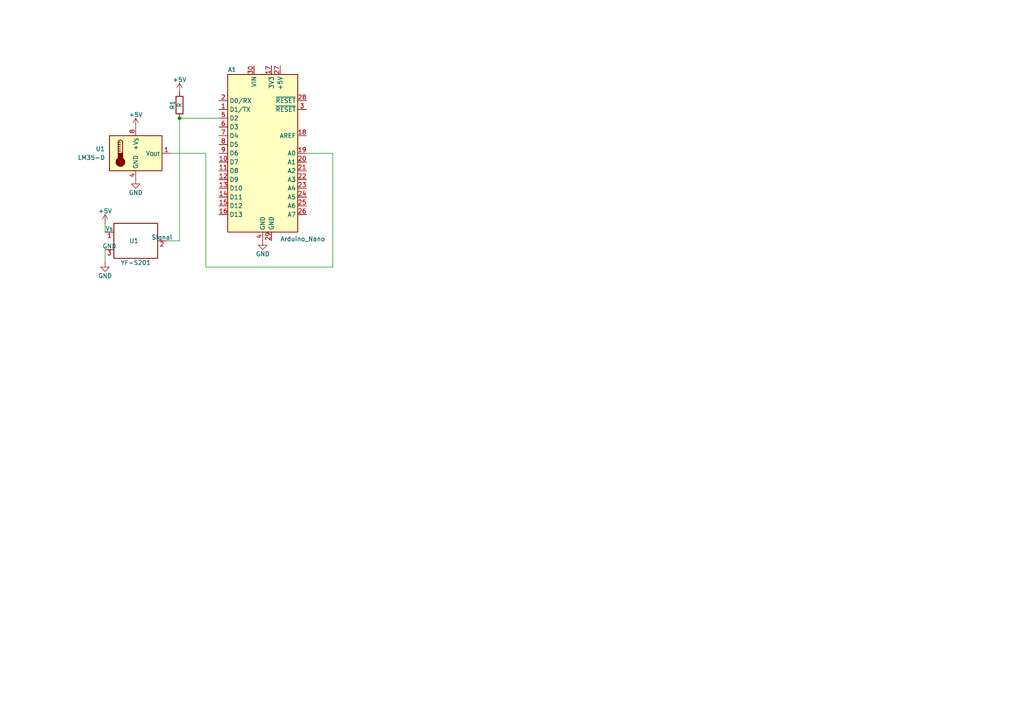
<source format=kicad_sch>
(kicad_sch (version 20250114) (generator "eeschema") (generator_version "9.0")
  (paper "A4")
  (title_block (title "Arduino Nano + LM35 + YF-S201 (grid 50mil)") (date "2025-09-16") (rev "1.0") (company "Adriana") (comment 1 "LM35→A0; YF-S201 con pull-up 10k→D2"))
  (lib_symbols
    (symbol "Device:R" (pin_numbers (hide yes)) (pin_names (offset 0))
      (property "Reference" "R" (at 2.032 0 90))
      (property "Value" "R" (at 0 0 90))
      (symbol "R_0_1"
        (rectangle (start -1.016 -2.54) (end 1.016 2.54) (stroke (width 0.254)))
      )
      (symbol "R_1_1"
        (pin passive line (at 0 3.81 270) (length 1.27) (name "~") (number "1"))
        (pin passive line (at 0 -3.81 90) (length 1.27) (name "~") (number "2"))
      )
    )
    (symbol "MCU_Module:Arduino_Nano_v3.x"
      (property "Reference" "A" (at -10.16 23.495 0))
      (property "Value" "Arduino_Nano_v3.x" (at 5.08 -24.13 0))
      (symbol "Arduino_Nano_v3.x_0_1"
        (rectangle (start -10.16 22.86) (end 10.16 -22.86) (stroke (width 0.254)) (fill (type background)))
      )
      (symbol "Arduino_Nano_v3.x_1_1"
        (pin bidirectional line (at -12.7 15.24 0) (length 2.54) (name "D0/RX") (number "2"))
        (pin bidirectional line (at -12.7 12.7 0) (length 2.54) (name "D1/TX") (number "1"))
        (pin bidirectional line (at -12.7 10.16 0) (length 2.54) (name "D2") (number "5"))
        (pin bidirectional line (at -12.7 7.62 0) (length 2.54) (name "D3") (number "6"))
        (pin bidirectional line (at -12.7 5.08 0) (length 2.54) (name "D4") (number "7"))
        (pin bidirectional line (at -12.7 2.54 0) (length 2.54) (name "D5") (number "8"))
        (pin bidirectional line (at -12.7 0 0) (length 2.54) (name "D6") (number "9"))
        (pin bidirectional line (at -12.7 -2.54 0) (length 2.54) (name "D7") (number "10"))
        (pin bidirectional line (at -12.7 -5.08 0) (length 2.54) (name "D8") (number "11"))
        (pin bidirectional line (at -12.7 -7.62 0) (length 2.54) (name "D9") (number "12"))
        (pin bidirectional line (at -12.7 -10.16 0) (length 2.54) (name "D10") (number "13"))
        (pin bidirectional line (at -12.7 -12.7 0) (length 2.54) (name "D11") (number "14"))
        (pin bidirectional line (at -12.7 -15.24 0) (length 2.54) (name "D12") (number "15"))
        (pin bidirectional line (at -12.7 -17.78 0) (length 2.54) (name "D13") (number "16"))
        (pin power_in line (at -2.54 25.4 270) (length 2.54) (name "VIN") (number "30"))
        (pin power_in line (at 0 -25.4 90) (length 2.54) (name "GND") (number "4"))
        (pin power_out line (at 2.54 25.4 270) (length 2.54) (name "3V3") (number "17"))
        (pin power_in line (at 2.54 -25.4 90) (length 2.54) (name "GND") (number "29"))
        (pin power_out line (at 5.08 25.4 270) (length 2.54) (name "+5V") (number "27"))
        (pin input line (at 12.7 15.24 180) (length 2.54) (name "~{RESET}") (number "28"))
        (pin input line (at 12.7 12.7 180) (length 2.54) (name "~{RESET}") (number "3"))
        (pin input line (at 12.7 5.08 180) (length 2.54) (name "AREF") (number "18"))
        (pin bidirectional line (at 12.7 0 180) (length 2.54) (name "A0") (number "19"))
        (pin bidirectional line (at 12.7 -2.54 180) (length 2.54) (name "A1") (number "20"))
        (pin bidirectional line (at 12.7 -5.08 180) (length 2.54) (name "A2") (number "21"))
        (pin bidirectional line (at 12.7 -7.62 180) (length 2.54) (name "A3") (number "22"))
        (pin bidirectional line (at 12.7 -10.16 180) (length 2.54) (name "A4") (number "23"))
        (pin bidirectional line (at 12.7 -12.7 180) (length 2.54) (name "A5") (number "24"))
        (pin bidirectional line (at 12.7 -15.24 180) (length 2.54) (name "A6") (number "25"))
        (pin bidirectional line (at 12.7 -17.78 180) (length 2.54) (name "A7") (number "26"))
      )
    )
    (symbol "MyLib:YF_S201" (pin_names (offset 0))
      (property "Reference" "U?" (at 4.572 0 0))
      (property "Value" "YF-S201" (at 5.08 -6.35 0))
      (symbol "YF_S201_0_1"
        (rectangle (start -1.27 5.08) (end 11.43 -5.08) (stroke (width 0.254)))
      )
      (symbol "YF_S201_1_1"
        (pin power_in line (at -3.81 2.54 0) (length 2.54) (name "Vs") (number "1"))
        (pin power_in line (at -3.81 -2.54 0) (length 2.54) (name "GND") (number "3"))
        (pin output line (at 13.97 0 180) (length 2.54) (name "Signal") (number "2"))
      )
    )
    (symbol "Sensor_Temperature:LM35-D"
      (property "Reference" "U" (at -6.35 6.35 0))
      (property "Value" "LM35-D" (at 1.27 6.35 0))
      (symbol "LM35-D_0_1"
        (rectangle (start -7.62 5.08) (end 7.62 -5.08) (stroke (width 0.254)) (fill (type background)))
        (polyline (pts (xy -5.08 3.175) (xy -5.08 0)) (stroke (width 0.254)))
        (polyline (pts (xy -5.08 3.175) (xy -4.445 3.175)) (stroke (width 0.254)))
        (polyline (pts (xy -5.08 2.54) (xy -4.445 2.54)) (stroke (width 0.254)))
        (polyline (pts (xy -5.08 1.905) (xy -4.445 1.905)) (stroke (width 0.254)))
        (polyline (pts (xy -5.08 1.27) (xy -4.445 1.27)) (stroke (width 0.254)))
        (polyline (pts (xy -5.08 0.635) (xy -4.445 0.635)) (stroke (width 0.254)))
        (arc (start -5.08 3.175) (mid -4.445 3.8073) (end -3.81 3.175) (stroke (width 0.254)))
        (circle (center -4.445 -2.54) (radius 1.27) (stroke (width 0.254)) (fill (type outline)))
        (polyline (pts (xy -3.81 3.175) (xy -3.81 0)) (stroke (width 0.254)))
        (rectangle (start -3.81 -1.905) (end -5.08 0) (stroke (width 0.254)) (fill (type outline)))
      )
      (symbol "LM35-D_1_1"
        (pin no_connect line (at -2.54 5.08 270) (length 2.54) (hide yes) (name "NC") (number "3"))
        (pin no_connect line (at -2.54 -5.08 90) (length 2.54) (hide yes) (name "NC") (number "2"))
        (pin power_in line (at 0 7.62 270) (length 2.54) (name "+V_{S}") (number "8"))
        (pin power_in line (at 0 -7.62 90) (length 2.54) (name "GND") (number "4"))
        (pin no_connect line (at 2.54 -5.08 90) (length 2.54) (hide yes) (name "NC") (number "5"))
        (pin no_connect line (at 5.08 -5.08 90) (length 2.54) (hide yes) (name "NC") (number "6"))
        (pin no_connect line (at 7.62 2.54 180) (length 2.54) (hide yes) (name "NC") (number "7"))
        (pin output line (at 10.16 0 180) (length 2.54) (name "V_{OUT}") (number "1"))
      )
    )
    (symbol "power:+5V" (power) (pin_numbers (hide yes)) (pin_names (offset 0) (hide yes))
      (property "Value" "+5V" (at 0 3.556 0))
      (symbol "+5V_0_1"
        (polyline (pts (xy -0.762 1.27) (xy 0 2.54)))
        (polyline (pts (xy 0 2.54) (xy 0.762 1.27)))
        (polyline (pts (xy 0 0) (xy 0 2.54)))
      )
      (symbol "+5V_1_1"
        (pin power_in line (at 0 0 90) (length 0) (name "~") (number "1"))
      )
    )
    (symbol "power:GND" (power) (pin_numbers (hide yes)) (pin_names (offset 0) (hide yes))
      (property "Value" "GND" (at 0 -3.81 0))
      (symbol "GND_0_1"
        (polyline (pts (xy 0 0) (xy 0 -1.27) (xy 1.27 -1.27) (xy 0 -2.54) (xy -1.27 -1.27) (xy 0 -1.27)))
      )
      (symbol "GND_1_1"
        (pin power_in line (at 0 0 270) (length 0) (name "~") (number "1"))
      )
    )
  )
  (junction (at 52.07 34.29))
  (wire (pts (xy 49.53 44.45) (xy 59.69 44.45)))
  (wire (pts (xy 30.48 64.77) (xy 30.48 67.31)))
  (wire (pts (xy 96.52 77.47) (xy 96.52 44.45)))
  (wire (pts (xy 96.52 44.45) (xy 88.9 44.45)))
  (wire (pts (xy 52.07 34.29) (xy 63.5 34.29)))
  (wire (pts (xy 52.07 69.85) (xy 52.07 34.29)))
  (wire (pts (xy 30.48 76.2) (xy 30.48 72.39)))
  (wire (pts (xy 59.69 44.45) (xy 59.69 77.47)))
  (wire (pts (xy 59.69 77.47) (xy 96.52 77.47)))
  (wire (pts (xy 48.26 69.85) (xy 52.07 69.85)))
  (symbol (lib_id "Sensor_Temperature:LM35-D") (at 39.37 44.45 0) (unit 1)
    (property "Reference" "U1" (at 30.48 43.1799 0) (effects (justify right)))
    (property "Value" "LM35-D" (at 30.48 45.7199 0) (effects (justify right)))
    (property "Footprint" "Package_SO:SOIC-8_3.9x4.9mm_P1.27mm" (effects (hide yes)))
    (property "Datasheet" "http://www.ti.com/lit/ds/symlink/lm35.pdf" (effects (hide yes)))
    (property "Description" "Precision centigrade temperature sensor, SOIC-8" (effects (hide yes)))
  )
  (symbol (lib_id "power:+5V") (at 39.37 36.83 0) (unit 1)
    (property "Reference" "#PWR?" (effects (hide yes)))
    (property "Value" "+5V" (at 39.37 33.274 0))
    (property "Description" "Power symbol creates a global label with name \"+5V\"" (effects (hide yes)))
  )
  (symbol (lib_id "power:+5V") (at 30.48 64.77 0) (unit 1)
    (property "Reference" "#PWR03" (effects (hide yes)))
    (property "Value" "+5V" (at 30.48 61.214 0))
    (property "Description" "Power symbol creates a global label with name \"+5V\"" (effects (hide yes)))
  )
  (symbol (lib_id "power:GND") (at 30.48 76.2 0) (unit 1)
    (property "Reference" "#PWR02" (effects (hide yes)))
    (property "Value" "GND" (at 30.48 80.01 0))
    (property "Description" "Power symbol creates a global label with name \"GND\" , ground" (effects (hide yes)))
  )
  (symbol (lib_id "Device:R") (at 52.07 30.48 180) (unit 1)
    (property "Reference" "R1" (at 50.038 30.48 90))
    (property "Value" "R" (at 52.07 30.48 90))
    (property "Description" "Resistor" (effects (hide yes)))
  )
  (symbol (lib_id "power:GND") (at 39.37 52.07 0) (unit 1)
    (property "Reference" "#PWR?" (effects (hide yes)))
    (property "Value" "GND" (at 39.37 55.88 0))
    (property "Description" "Power symbol creates a global label with name \"GND\" , ground" (effects (hide yes)))
  )
  (symbol (lib_id "MCU_Module:Arduino_Nano_v3.x") (at 76.2 44.45 0) (unit 1)
    (property "Reference" "A1" (at 66.04 20.955 0) (effects (justify left bottom)))
    (property "Value" "Arduino_Nano" (at 81.28 68.58 0) (effects (justify left top)))
    (property "Footprint" "Module:Arduino_Nano" (effects (hide yes)))
    (property "Datasheet" "http://www.mouser.com/pdfdocs/Gravitech_Arduino_Nano3_0.pdf" (effects (hide yes)))
    (property "Description" "Arduino Nano v3.x" (effects (hide yes)))
  )
  (symbol (lib_id "MyLib:YF_S201") (at 34.29 69.85 0) (unit 1)
    (property "Reference" "U1" (at 38.862 69.85 0))
    (property "Value" "YF-S201" (at 39.37 76.2 0))
  )
  (symbol (lib_id "power:+5V") (at 52.07 26.67 0) (unit 1)
    (property "Reference" "#PWR04" (effects (hide yes)))
    (property "Value" "+5V" (at 52.07 23.114 0))
    (property "Description" "Power symbol creates a global label with name \"+5V\"" (effects (hide yes)))
  )
  (symbol (lib_id "power:GND") (at 76.2 69.85 0) (unit 1)
    (property "Reference" "#PWR01" (effects (hide yes)))
    (property "Value" "GND" (at 76.2 73.66 0))
    (property "Description" "Power symbol creates a global label with name \"GND\" , ground" (effects (hide yes)))
  )
)
</source>
